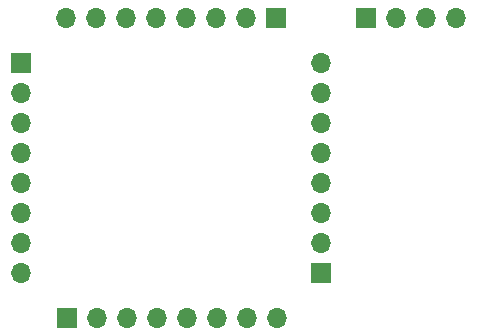
<source format=gbr>
%TF.GenerationSoftware,KiCad,Pcbnew,8.0.5*%
%TF.CreationDate,2025-01-17T14:10:45+05:30*%
%TF.ProjectId,VSD_FM_SHIELD,5653445f-464d-45f5-9348-49454c442e6b,rev?*%
%TF.SameCoordinates,Original*%
%TF.FileFunction,Soldermask,Bot*%
%TF.FilePolarity,Negative*%
%FSLAX46Y46*%
G04 Gerber Fmt 4.6, Leading zero omitted, Abs format (unit mm)*
G04 Created by KiCad (PCBNEW 8.0.5) date 2025-01-17 14:10:45*
%MOMM*%
%LPD*%
G01*
G04 APERTURE LIST*
%ADD10R,1.700000X1.700000*%
%ADD11O,1.700000X1.700000*%
G04 APERTURE END LIST*
D10*
%TO.C,U1*%
X94503000Y-107696000D03*
D11*
X97043000Y-107696000D03*
X99583000Y-107696000D03*
X102123000Y-107696000D03*
X104663000Y-107696000D03*
X107203000Y-107696000D03*
X109743000Y-107696000D03*
X112283000Y-107696000D03*
D10*
X116078000Y-103886000D03*
D11*
X116078000Y-101346000D03*
X116078000Y-98806000D03*
X116078000Y-96266000D03*
X116078000Y-93726000D03*
X116078000Y-91186000D03*
X116078000Y-88646000D03*
X116078000Y-86106000D03*
D10*
X112268000Y-82296000D03*
D11*
X109728000Y-82296000D03*
X107188000Y-82296000D03*
X104648000Y-82296000D03*
X102108000Y-82296000D03*
X99568000Y-82296000D03*
X97028000Y-82296000D03*
X94488000Y-82296000D03*
D10*
X90678000Y-86106000D03*
D11*
X90678000Y-88646000D03*
X90678000Y-91186000D03*
X90678000Y-93726000D03*
X90678000Y-96266000D03*
X90678000Y-98806000D03*
X90678000Y-101346000D03*
X90678000Y-103886000D03*
D10*
X119888000Y-82296000D03*
D11*
X122428000Y-82296000D03*
X124968000Y-82296000D03*
X127508000Y-82296000D03*
%TD*%
M02*

</source>
